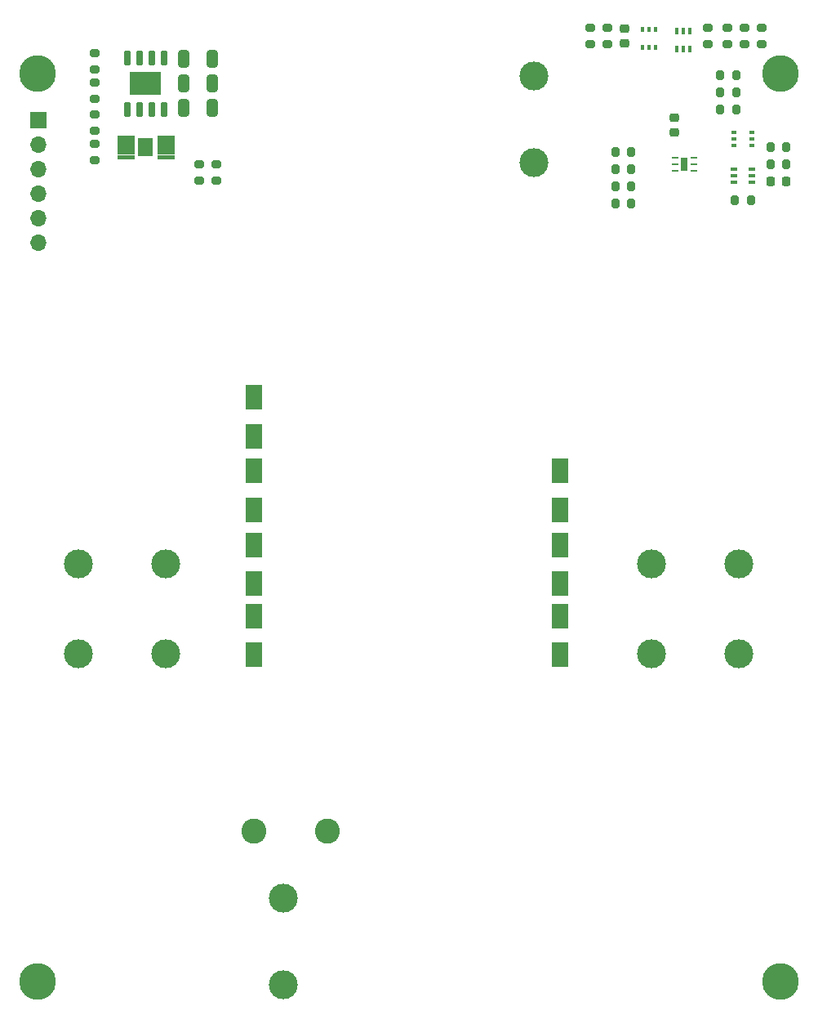
<source format=gts>
%TF.GenerationSoftware,KiCad,Pcbnew,(6.0.5)*%
%TF.CreationDate,2023-01-23T16:51:02-08:00*%
%TF.ProjectId,X_Y_Panels,585f595f-5061-46e6-956c-732e6b696361,rev?*%
%TF.SameCoordinates,Original*%
%TF.FileFunction,Soldermask,Top*%
%TF.FilePolarity,Negative*%
%FSLAX46Y46*%
G04 Gerber Fmt 4.6, Leading zero omitted, Abs format (unit mm)*
G04 Created by KiCad (PCBNEW (6.0.5)) date 2023-01-23 16:51:02*
%MOMM*%
%LPD*%
G01*
G04 APERTURE LIST*
G04 Aperture macros list*
%AMRoundRect*
0 Rectangle with rounded corners*
0 $1 Rounding radius*
0 $2 $3 $4 $5 $6 $7 $8 $9 X,Y pos of 4 corners*
0 Add a 4 corners polygon primitive as box body*
4,1,4,$2,$3,$4,$5,$6,$7,$8,$9,$2,$3,0*
0 Add four circle primitives for the rounded corners*
1,1,$1+$1,$2,$3*
1,1,$1+$1,$4,$5*
1,1,$1+$1,$6,$7*
1,1,$1+$1,$8,$9*
0 Add four rect primitives between the rounded corners*
20,1,$1+$1,$2,$3,$4,$5,0*
20,1,$1+$1,$4,$5,$6,$7,0*
20,1,$1+$1,$6,$7,$8,$9,0*
20,1,$1+$1,$8,$9,$2,$3,0*%
G04 Aperture macros list end*
%ADD10C,0.010000*%
%ADD11RoundRect,0.200000X-0.200000X-0.275000X0.200000X-0.275000X0.200000X0.275000X-0.200000X0.275000X0*%
%ADD12RoundRect,0.200000X0.200000X0.275000X-0.200000X0.275000X-0.200000X-0.275000X0.200000X-0.275000X0*%
%ADD13RoundRect,0.200000X0.275000X-0.200000X0.275000X0.200000X-0.275000X0.200000X-0.275000X-0.200000X0*%
%ADD14RoundRect,0.225000X0.250000X-0.225000X0.250000X0.225000X-0.250000X0.225000X-0.250000X-0.225000X0*%
%ADD15C,3.000000*%
%ADD16R,0.740000X0.270000*%
%ADD17R,0.650000X1.350000*%
%ADD18RoundRect,0.200000X-0.275000X0.200000X-0.275000X-0.200000X0.275000X-0.200000X0.275000X0.200000X0*%
%ADD19RoundRect,0.250000X0.325000X0.650000X-0.325000X0.650000X-0.325000X-0.650000X0.325000X-0.650000X0*%
%ADD20C,3.800000*%
%ADD21C,2.600000*%
%ADD22RoundRect,0.250000X-0.325000X-0.650000X0.325000X-0.650000X0.325000X0.650000X-0.325000X0.650000X0*%
%ADD23R,0.600000X0.400000*%
%ADD24RoundRect,0.150000X0.150000X-0.650000X0.150000X0.650000X-0.150000X0.650000X-0.150000X-0.650000X0*%
%ADD25R,3.200000X2.400000*%
%ADD26R,1.700000X2.500000*%
%ADD27RoundRect,0.225000X-0.225000X-0.250000X0.225000X-0.250000X0.225000X0.250000X-0.225000X0.250000X0*%
%ADD28R,1.570000X1.880000*%
%ADD29R,1.700000X1.700000*%
%ADD30O,1.700000X1.700000*%
%ADD31R,0.650000X0.400000*%
%ADD32R,0.400000X0.650000*%
%ADD33R,0.400000X0.600000*%
G04 APERTURE END LIST*
G36*
X113723000Y-53295000D02*
G01*
X112023000Y-53295000D01*
X112023000Y-52895000D01*
X113723000Y-52895000D01*
X113723000Y-53295000D01*
G37*
D10*
X113723000Y-53295000D02*
X112023000Y-53295000D01*
X112023000Y-52895000D01*
X113723000Y-52895000D01*
X113723000Y-53295000D01*
G36*
X117923000Y-52295000D02*
G01*
X116223000Y-52295000D01*
X116223000Y-51895000D01*
X117923000Y-51895000D01*
X117923000Y-52295000D01*
G37*
X117923000Y-52295000D02*
X116223000Y-52295000D01*
X116223000Y-51895000D01*
X117923000Y-51895000D01*
X117923000Y-52295000D01*
G36*
X113723000Y-51795000D02*
G01*
X112023000Y-51795000D01*
X112023000Y-51395000D01*
X113723000Y-51395000D01*
X113723000Y-51795000D01*
G37*
X113723000Y-51795000D02*
X112023000Y-51795000D01*
X112023000Y-51395000D01*
X113723000Y-51395000D01*
X113723000Y-51795000D01*
G36*
X117923000Y-53795000D02*
G01*
X116223000Y-53795000D01*
X116223000Y-53395000D01*
X117923000Y-53395000D01*
X117923000Y-53795000D01*
G37*
X117923000Y-53795000D02*
X116223000Y-53795000D01*
X116223000Y-53395000D01*
X117923000Y-53395000D01*
X117923000Y-53795000D01*
G36*
X113723000Y-52795000D02*
G01*
X112023000Y-52795000D01*
X112023000Y-52395000D01*
X113723000Y-52395000D01*
X113723000Y-52795000D01*
G37*
X113723000Y-52795000D02*
X112023000Y-52795000D01*
X112023000Y-52395000D01*
X113723000Y-52395000D01*
X113723000Y-52795000D01*
G36*
X117923000Y-51795000D02*
G01*
X116223000Y-51795000D01*
X116223000Y-51395000D01*
X117923000Y-51395000D01*
X117923000Y-51795000D01*
G37*
X117923000Y-51795000D02*
X116223000Y-51795000D01*
X116223000Y-51395000D01*
X117923000Y-51395000D01*
X117923000Y-51795000D01*
G36*
X113723000Y-52295000D02*
G01*
X112023000Y-52295000D01*
X112023000Y-51895000D01*
X113723000Y-51895000D01*
X113723000Y-52295000D01*
G37*
X113723000Y-52295000D02*
X112023000Y-52295000D01*
X112023000Y-51895000D01*
X113723000Y-51895000D01*
X113723000Y-52295000D01*
G36*
X117923000Y-53295000D02*
G01*
X116223000Y-53295000D01*
X116223000Y-52895000D01*
X117923000Y-52895000D01*
X117923000Y-53295000D01*
G37*
X117923000Y-53295000D02*
X116223000Y-53295000D01*
X116223000Y-52895000D01*
X117923000Y-52895000D01*
X117923000Y-53295000D01*
G36*
X117923000Y-52795000D02*
G01*
X116223000Y-52795000D01*
X116223000Y-52395000D01*
X117923000Y-52395000D01*
X117923000Y-52795000D01*
G37*
X117923000Y-52795000D02*
X116223000Y-52795000D01*
X116223000Y-52395000D01*
X117923000Y-52395000D01*
X117923000Y-52795000D01*
G36*
X113723000Y-53795000D02*
G01*
X112023000Y-53795000D01*
X112023000Y-53395000D01*
X113723000Y-53395000D01*
X113723000Y-53795000D01*
G37*
X113723000Y-53795000D02*
X112023000Y-53795000D01*
X112023000Y-53395000D01*
X113723000Y-53395000D01*
X113723000Y-53795000D01*
D11*
X174581000Y-46876000D03*
X176231000Y-46876000D03*
D12*
X165339000Y-56650000D03*
X163689000Y-56650000D03*
D13*
X109728000Y-44513000D03*
X109728000Y-42863000D03*
D14*
X169848000Y-51075000D03*
X169848000Y-49525000D03*
D15*
X129240000Y-139374000D03*
X129240000Y-130374000D03*
D16*
X169869000Y-53714000D03*
X169869000Y-54364000D03*
X169869000Y-55014000D03*
X171859000Y-55014000D03*
X171859000Y-54364000D03*
X171859000Y-53714000D03*
D17*
X170864000Y-54364000D03*
D18*
X178851000Y-40241000D03*
X178851000Y-41891000D03*
D19*
X121853000Y-43438000D03*
X118903000Y-43438000D03*
D20*
X180792000Y-138997997D03*
D21*
X180792000Y-138997997D03*
D22*
X118903000Y-48513000D03*
X121853000Y-48513000D03*
D23*
X177881000Y-52373000D03*
X177881000Y-51723000D03*
X177881000Y-51073000D03*
X175981000Y-51073000D03*
X175981000Y-51723000D03*
X175981000Y-52373000D03*
D15*
X108022000Y-105058000D03*
X117022000Y-105058000D03*
D12*
X176231000Y-45098000D03*
X174581000Y-45098000D03*
D13*
X162849000Y-41891000D03*
X162849000Y-40241000D03*
D24*
X113068000Y-48641000D03*
X114338000Y-48641000D03*
X115608000Y-48641000D03*
X116878000Y-48641000D03*
X116878000Y-43341000D03*
X115608000Y-43341000D03*
X114338000Y-43341000D03*
X113068000Y-43341000D03*
D25*
X114973000Y-45991000D03*
D13*
X177073000Y-41891000D03*
X177073000Y-40241000D03*
D26*
X157988000Y-93800000D03*
X157988000Y-97800000D03*
X126238000Y-78518000D03*
X126238000Y-82518000D03*
D13*
X109728000Y-47561000D03*
X109728000Y-45911000D03*
D27*
X179831000Y-56176000D03*
X181381000Y-56176000D03*
D28*
X114973000Y-52595000D03*
D22*
X118903000Y-45973000D03*
X121853000Y-45973000D03*
D26*
X126238000Y-86138000D03*
X126238000Y-90138000D03*
D11*
X163689000Y-53094000D03*
X165339000Y-53094000D03*
X179778000Y-52617000D03*
X181428000Y-52617000D03*
D29*
X103886000Y-49784000D03*
D30*
X103886000Y-52324000D03*
X103886000Y-54864000D03*
X103886000Y-57404000D03*
X103886000Y-59944000D03*
X103886000Y-62484000D03*
D14*
X164627000Y-41841000D03*
X164627000Y-40291000D03*
D18*
X109728000Y-49213000D03*
X109728000Y-50863000D03*
D26*
X126214000Y-93800000D03*
X126214000Y-97800000D03*
D12*
X177756000Y-58073000D03*
X176106000Y-58073000D03*
D15*
X117022000Y-95752000D03*
X108022000Y-95752000D03*
D18*
X120503000Y-54363000D03*
X120503000Y-56013000D03*
D31*
X177881000Y-56183000D03*
X177881000Y-55533000D03*
X177881000Y-54883000D03*
X175981000Y-54883000D03*
X175981000Y-55533000D03*
X175981000Y-56183000D03*
D15*
X176458000Y-95758000D03*
X167458000Y-95758000D03*
D20*
X103792000Y-44997997D03*
D21*
X103792000Y-44997997D03*
D18*
X109728000Y-52261000D03*
X109728000Y-53911000D03*
D11*
X179781000Y-54398000D03*
X181431000Y-54398000D03*
D32*
X171394000Y-40531000D03*
X170744000Y-40531000D03*
X170094000Y-40531000D03*
X170094000Y-42431000D03*
X170744000Y-42431000D03*
X171394000Y-42431000D03*
D33*
X166517000Y-42281000D03*
X167167000Y-42281000D03*
X167817000Y-42281000D03*
X167817000Y-40381000D03*
X167167000Y-40381000D03*
X166517000Y-40381000D03*
D12*
X176231000Y-48654000D03*
X174581000Y-48654000D03*
D13*
X173263000Y-41891000D03*
X173263000Y-40241000D03*
D12*
X165339000Y-58428000D03*
X163689000Y-58428000D03*
D13*
X161069000Y-41881000D03*
X161069000Y-40231000D03*
D21*
X103792000Y-138997997D03*
D20*
X103792000Y-138997997D03*
D26*
X157988000Y-101140000D03*
X157988000Y-105140000D03*
X126194000Y-101140000D03*
X126194000Y-105140000D03*
D15*
X155260000Y-45210000D03*
X155260000Y-54210000D03*
D20*
X180792000Y-44997997D03*
D21*
X180792000Y-44997997D03*
D11*
X163689000Y-54872000D03*
X165339000Y-54872000D03*
D18*
X175295000Y-40241000D03*
X175295000Y-41891000D03*
X122303000Y-54363000D03*
X122303000Y-56013000D03*
D21*
X126238000Y-123444000D03*
X133858000Y-123444000D03*
D26*
X157988000Y-86138000D03*
X157988000Y-90138000D03*
D15*
X167458000Y-105066000D03*
X176458000Y-105066000D03*
M02*

</source>
